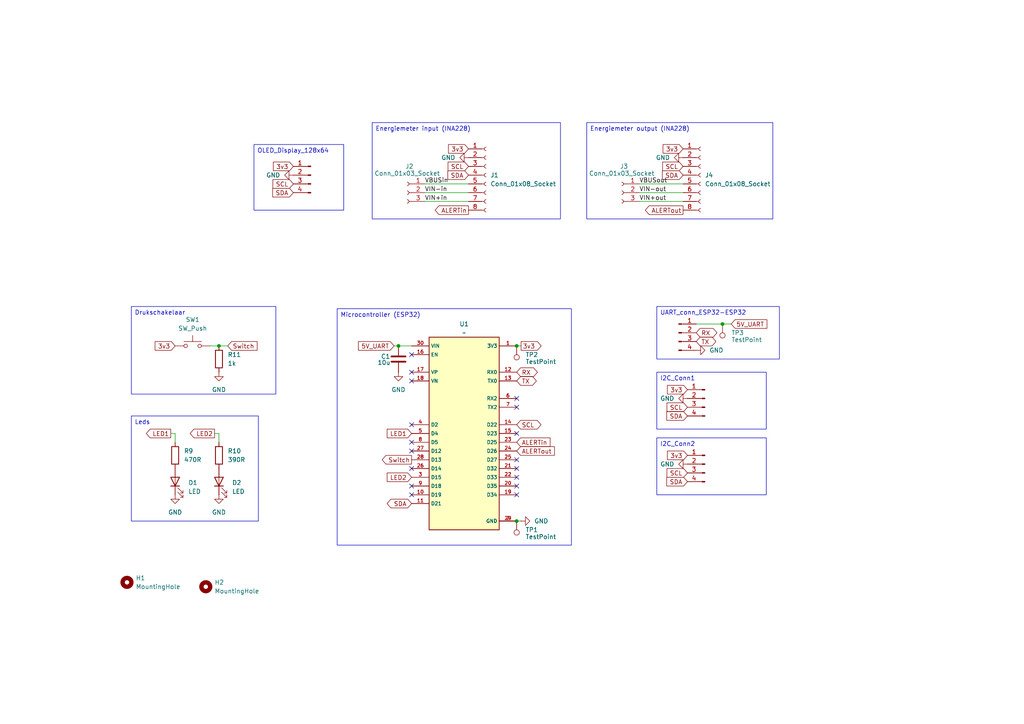
<source format=kicad_sch>
(kicad_sch (version 20250114) (generator "eeschema") (generator_version "9.0")
  (paper "A4")
  (lib_symbols
    (symbol "Connector:Conn_01x03_Socket" (pin_names (offset 1.016) (hide yes))
      (property "Reference" "J" (at 0 5.08 0))
      (property "Value" "Conn_01x03_Socket" (at 0 -5.08 0))
      (symbol "Conn_01x03_Socket_1_1"
        (polyline (pts (xy -1.27 2.54) (xy -0.508 2.54)) (stroke (width 0.1524)))
        (polyline (pts (xy -1.27 0) (xy -0.508 0)) (stroke (width 0.1524)))
        (polyline (pts (xy -1.27 -2.54) (xy -0.508 -2.54)) (stroke (width 0.1524)))
        (arc (start 0 2.032) (mid -0.5058 2.54) (end 0 3.048) (stroke (width 0.1524)))
        (arc (start 0 -0.508) (mid -0.5058 0) (end 0 0.508) (stroke (width 0.1524)))
        (arc (start 0 -3.048) (mid -0.5058 -2.54) (end 0 -2.032) (stroke (width 0.1524)))
        (pin passive line (at -5.08 2.54 0) (length 3.81) (name "Pin_1") (number "1"))
        (pin passive line (at -5.08 0 0) (length 3.81) (name "Pin_2") (number "2"))
        (pin passive line (at -5.08 -2.54 0) (length 3.81) (name "Pin_3") (number "3"))
      )
    )
    (symbol "Connector:Conn_01x04_Pin" (pin_names (offset 1.016) (hide yes))
      (property "Reference" "J" (at 0 5.08 0))
      (property "Value" "Conn_01x04_Pin" (at 0 -7.62 0))
      (symbol "Conn_01x04_Pin_1_1"
        (rectangle (start 0.8636 2.667) (end 0 2.413) (stroke (width 0.1524)) (fill (type outline)))
        (rectangle (start 0.8636 0.127) (end 0 -0.127) (stroke (width 0.1524)) (fill (type outline)))
        (rectangle (start 0.8636 -2.413) (end 0 -2.667) (stroke (width 0.1524)) (fill (type outline)))
        (rectangle (start 0.8636 -4.953) (end 0 -5.207) (stroke (width 0.1524)) (fill (type outline)))
        (polyline (pts (xy 1.27 2.54) (xy 0.8636 2.54)) (stroke (width 0.1524)))
        (polyline (pts (xy 1.27 0) (xy 0.8636 0)) (stroke (width 0.1524)))
        (polyline (pts (xy 1.27 -2.54) (xy 0.8636 -2.54)) (stroke (width 0.1524)))
        (polyline (pts (xy 1.27 -5.08) (xy 0.8636 -5.08)) (stroke (width 0.1524)))
        (pin passive line (at 5.08 2.54 180) (length 3.81) (name "Pin_1") (number "1"))
        (pin passive line (at 5.08 0 180) (length 3.81) (name "Pin_2") (number "2"))
        (pin passive line (at 5.08 -2.54 180) (length 3.81) (name "Pin_3") (number "3"))
        (pin passive line (at 5.08 -5.08 180) (length 3.81) (name "Pin_4") (number "4"))
      )
    )
    (symbol "Connector:Conn_01x08_Socket" (pin_names (offset 1.016) (hide yes))
      (property "Reference" "J" (at 0 10.16 0))
      (property "Value" "Conn_01x08_Socket" (at 0 -12.7 0))
      (symbol "Conn_01x08_Socket_1_1"
        (polyline (pts (xy -1.27 7.62) (xy -0.508 7.62)) (stroke (width 0.1524)))
        (polyline (pts (xy -1.27 5.08) (xy -0.508 5.08)) (stroke (width 0.1524)))
        (polyline (pts (xy -1.27 2.54) (xy -0.508 2.54)) (stroke (width 0.1524)))
        (polyline (pts (xy -1.27 0) (xy -0.508 0)) (stroke (width 0.1524)))
        (polyline (pts (xy -1.27 -2.54) (xy -0.508 -2.54)) (stroke (width 0.1524)))
        (polyline (pts (xy -1.27 -5.08) (xy -0.508 -5.08)) (stroke (width 0.1524)))
        (polyline (pts (xy -1.27 -7.62) (xy -0.508 -7.62)) (stroke (width 0.1524)))
        (polyline (pts (xy -1.27 -10.16) (xy -0.508 -10.16)) (stroke (width 0.1524)))
        (arc (start 0 7.112) (mid -0.5058 7.62) (end 0 8.128) (stroke (width 0.1524)))
        (arc (start 0 4.572) (mid -0.5058 5.08) (end 0 5.588) (stroke (width 0.1524)))
        (arc (start 0 2.032) (mid -0.5058 2.54) (end 0 3.048) (stroke (width 0.1524)))
        (arc (start 0 -0.508) (mid -0.5058 0) (end 0 0.508) (stroke (width 0.1524)))
        (arc (start 0 -3.048) (mid -0.5058 -2.54) (end 0 -2.032) (stroke (width 0.1524)))
        (arc (start 0 -5.588) (mid -0.5058 -5.08) (end 0 -4.572) (stroke (width 0.1524)))
        (arc (start 0 -8.128) (mid -0.5058 -7.62) (end 0 -7.112) (stroke (width 0.1524)))
        (arc (start 0 -10.668) (mid -0.5058 -10.16) (end 0 -9.652) (stroke (width 0.1524)))
        (pin passive line (at -5.08 7.62 0) (length 3.81) (name "Pin_1") (number "1"))
        (pin passive line (at -5.08 5.08 0) (length 3.81) (name "Pin_2") (number "2"))
        (pin passive line (at -5.08 2.54 0) (length 3.81) (name "Pin_3") (number "3"))
        (pin passive line (at -5.08 0 0) (length 3.81) (name "Pin_4") (number "4"))
        (pin passive line (at -5.08 -2.54 0) (length 3.81) (name "Pin_5") (number "5"))
        (pin passive line (at -5.08 -5.08 0) (length 3.81) (name "Pin_6") (number "6"))
        (pin passive line (at -5.08 -7.62 0) (length 3.81) (name "Pin_7") (number "7"))
        (pin passive line (at -5.08 -10.16 0) (length 3.81) (name "Pin_8") (number "8"))
      )
    )
    (symbol "Connector:TestPoint" (pin_numbers (hide yes)) (pin_names (offset 0.762) (hide yes))
      (property "Reference" "TP" (at 0 6.858 0))
      (property "Value" "TestPoint" (at 0 5.08 0))
      (symbol "TestPoint_0_1"
        (circle (center 0 3.302) (radius 0.762))
      )
      (symbol "TestPoint_1_1"
        (pin passive line (at 0 0 90) (length 2.54) (name "1") (number "1"))
      )
    )
    (symbol "Device:C" (pin_numbers (hide yes)) (pin_names (offset 0.254))
      (property "Reference" "C" (at 0.635 2.54 0))
      (property "Value" "C" (at 0.635 -2.54 0))
      (symbol "C_0_1"
        (polyline (pts (xy -2.032 0.762) (xy 2.032 0.762)) (stroke (width 0.508)))
        (polyline (pts (xy -2.032 -0.762) (xy 2.032 -0.762)) (stroke (width 0.508)))
      )
      (symbol "C_1_1"
        (pin passive line (at 0 3.81 270) (length 2.794) (name "~") (number "1"))
        (pin passive line (at 0 -3.81 90) (length 2.794) (name "~") (number "2"))
      )
    )
    (symbol "Device:LED" (pin_numbers (hide yes)) (pin_names (offset 1.016) (hide yes))
      (property "Reference" "D" (at 0 2.54 0))
      (property "Value" "LED" (at 0 -2.54 0))
      (symbol "LED_0_1"
        (polyline (pts (xy -3.048 -0.762) (xy -4.572 -2.286) (xy -3.81 -2.286) (xy -4.572 -2.286) (xy -4.572 -1.524)))
        (polyline (pts (xy -1.778 -0.762) (xy -3.302 -2.286) (xy -2.54 -2.286) (xy -3.302 -2.286) (xy -3.302 -1.524)))
        (polyline (pts (xy -1.27 0) (xy 1.27 0)))
        (polyline (pts (xy -1.27 -1.27) (xy -1.27 1.27)) (stroke (width 0.254)))
        (polyline (pts (xy 1.27 -1.27) (xy 1.27 1.27) (xy -1.27 0) (xy 1.27 -1.27)) (stroke (width 0.254)))
      )
      (symbol "LED_1_1"
        (pin passive line (at -3.81 0 0) (length 2.54) (name "K") (number "1"))
        (pin passive line (at 3.81 0 180) (length 2.54) (name "A") (number "2"))
      )
    )
    (symbol "Device:R" (pin_numbers (hide yes)) (pin_names (offset 0))
      (property "Reference" "R" (at 2.032 0 90))
      (property "Value" "R" (at 0 0 90))
      (symbol "R_0_1"
        (rectangle (start -1.016 -2.54) (end 1.016 2.54) (stroke (width 0.254)))
      )
      (symbol "R_1_1"
        (pin passive line (at 0 3.81 270) (length 1.27) (name "~") (number "1"))
        (pin passive line (at 0 -3.81 90) (length 1.27) (name "~") (number "2"))
      )
    )
    (symbol "Mechanical:MountingHole" (pin_names (offset 1.016)) (in_bom no)
      (property "Reference" "H" (at 0 5.08 0))
      (property "Value" "MountingHole" (at 0 3.175 0))
      (symbol "MountingHole_0_1"
        (circle (center 0 0) (radius 1.27) (stroke (width 1.27)))
      )
    )
    (symbol "MySymbols:ESP32_DEVKIT_V1_Mod"
      (property "Reference" "U" (at 1.27 -3.81 0))
      (symbol "ESP32_DEVKIT_V1_Mod_0_0"
        (rectangle (start -10.16 -27.94) (end 10.16 27.94) (stroke (width 0.254)) (fill (type background)))
        (pin input line (at -15.24 25.4 0) (length 5.08) (name "VIN") (number "30"))
        (pin input line (at -15.24 22.86 0) (length 5.08) (name "EN") (number "16"))
        (pin bidirectional line (at -15.24 17.78 0) (length 5.08) (name "VP") (number "17"))
        (pin bidirectional line (at -15.24 15.24 0) (length 5.08) (name "VN") (number "18"))
        (pin bidirectional line (at -15.24 2.54 0) (length 5.08) (name "D2") (number "4"))
        (pin bidirectional line (at -15.24 0 0) (length 5.08) (name "D4") (number "5"))
        (pin bidirectional line (at -15.24 -2.54 0) (length 5.08) (name "D5") (number "8"))
        (pin bidirectional line (at -15.24 -5.08 0) (length 5.08) (name "D12") (number "27"))
        (pin bidirectional line (at -15.24 -7.62 0) (length 5.08) (name "D13") (number "28"))
        (pin bidirectional line (at -15.24 -10.16 0) (length 5.08) (name "D14") (number "26"))
        (pin bidirectional line (at -15.24 -12.7 0) (length 5.08) (name "D15") (number "3"))
        (pin bidirectional line (at -15.24 -15.24 0) (length 5.08) (name "D18") (number "9"))
        (pin bidirectional line (at -15.24 -17.78 0) (length 5.08) (name "D19") (number "10"))
        (pin bidirectional line (at -15.24 -20.32 0) (length 5.08) (name "D21") (number "11"))
        (pin input line (at 15.24 17.78 180) (length 5.08) (name "RX0") (number "12"))
        (pin output line (at 15.24 15.24 180) (length 5.08) (name "TX0") (number "13"))
        (pin input line (at 15.24 10.16 180) (length 5.08) (name "RX2") (number "6"))
        (pin output line (at 15.24 7.62 180) (length 5.08) (name "TX2") (number "7"))
        (pin bidirectional line (at 15.24 2.54 180) (length 5.08) (name "D22") (number "14"))
        (pin bidirectional line (at 15.24 0 180) (length 5.08) (name "D23") (number "15"))
        (pin bidirectional line (at 15.24 -2.54 180) (length 5.08) (name "D25") (number "23"))
        (pin bidirectional line (at 15.24 -5.08 180) (length 5.08) (name "D26") (number "24"))
        (pin bidirectional line (at 15.24 -7.62 180) (length 5.08) (name "D27") (number "25"))
        (pin bidirectional line (at 15.24 -10.16 180) (length 5.08) (name "D32") (number "21"))
        (pin bidirectional line (at 15.24 -12.7 180) (length 5.08) (name "D33") (number "22"))
        (pin bidirectional line (at 15.24 -15.24 180) (length 5.08) (name "D35") (number "20"))
        (pin bidirectional line (at 15.24 -17.78 180) (length 5.08) (name "D34") (number "19"))
        (pin power_in line (at 15.24 -25.4 180) (length 5.08) (name "GND") (number "29"))
      )
      (symbol "ESP32_DEVKIT_V1_Mod_1_0"
        (pin power_out line (at 15.24 25.4 180) (length 5.08) (name "3V3") (number "1"))
        (pin power_out line (at 15.24 -25.4 180) (length 5.08) (name "GND") (number "2"))
      )
    )
    (symbol "Switch:SW_Push" (pin_numbers (hide yes)) (pin_names (offset 1.016) (hide yes))
      (property "Reference" "SW" (at 1.27 2.54 0))
      (property "Value" "SW_Push" (at 0 -1.524 0))
      (symbol "SW_Push_0_1"
        (circle (center -2.032 0) (radius 0.508))
        (polyline (pts (xy 0 1.27) (xy 0 3.048)))
        (circle (center 2.032 0) (radius 0.508))
        (polyline (pts (xy 2.54 1.27) (xy -2.54 1.27)))
        (pin passive line (at -5.08 0 0) (length 2.54) (name "1") (number "1"))
        (pin passive line (at 5.08 0 180) (length 2.54) (name "2") (number "2"))
      )
    )
    (symbol "power:GND" (power) (pin_numbers (hide yes)) (pin_names (offset 0) (hide yes))
      (property "Value" "GND" (at 0 -3.81 0))
      (symbol "GND_0_1"
        (polyline (pts (xy 0 0) (xy 0 -1.27) (xy 1.27 -1.27) (xy 0 -2.54) (xy -1.27 -1.27) (xy 0 -1.27)))
      )
      (symbol "GND_1_1"
        (pin power_in line (at 0 0 270) (length 0) (name "~") (number "1"))
      )
    )
  )
  (text_box "I2C_Conn1" (at 190.5 107.95 0) (size 31.75 16.51) (margins 0.9525 0.9525 0.9525 0.9525) (effects (font (size 1.27 1.27)) (justify left top)))
  (text_box "Leds" (at 38.1 120.65 0) (size 36.83 30.48) (margins 0.9525 0.9525 0.9525 0.9525) (effects (font (size 1.27 1.27)) (justify left top)))
  (text_box "Microcontroller (ESP32)" (at 97.79 89.535 0) (size 67.945 68.58) (margins 0.9525 0.9525 0.9525 0.9525) (effects (font (size 1.27 1.27)) (justify left top)))
  (text_box "Energiemeter input (INA228)" (at 107.95 35.56 0) (size 54.61 27.94) (margins 0.9525 0.9525 0.9525 0.9525) (effects (font (size 1.27 1.27)) (justify left top)))
  (text_box "I2C_Conn2" (at 190.5 127 0) (size 31.75 16.51) (margins 0.9525 0.9525 0.9525 0.9525) (effects (font (size 1.27 1.27)) (justify left top)))
  (text_box "UART_conn_ESP32-ESP32\n" (at 190.5 88.9 0) (size 35.56 15.24) (margins 0.9525 0.9525 0.9525 0.9525) (effects (font (size 1.27 1.27)) (justify left top)))
  (text_box "OLED_Display_128x64" (at 73.6601 41.91 0) (size 26.0349 19.05) (margins 0.9525 0.9525 0.9525 0.9525) (effects (font (size 1.27 1.27)) (justify left top)))
  (text_box "Drukschakelaar" (at 38.1 88.9 0) (size 41.91 25.4) (margins 0.9525 0.9525 0.9525 0.9525) (effects (font (size 1.27 1.27)) (justify left top)))
  (text_box "Energiemeter output (INA228)" (at 170.18 35.56 0) (size 53.975 27.94) (margins 0.9525 0.9525 0.9525 0.9525) (effects (font (size 1.27 1.27)) (justify left top)))
  (junction (at 115.57 100.33))
  (junction (at 149.86 100.33))
  (junction (at 209.55 93.98))
  (junction (at 149.86 151.13))
  (junction (at 63.5 100.33))
  (no_connect (at 149.86 125.73))
  (no_connect (at 149.86 133.35))
  (no_connect (at 149.86 138.43))
  (no_connect (at 149.86 115.57))
  (no_connect (at 119.38 128.27))
  (no_connect (at 149.86 140.97))
  (no_connect (at 119.38 143.51))
  (no_connect (at 149.86 135.89))
  (no_connect (at 149.86 118.11))
  (no_connect (at 119.38 130.81))
  (no_connect (at 119.38 140.97))
  (no_connect (at 119.38 123.19))
  (no_connect (at 119.38 102.87))
  (no_connect (at 119.38 110.49))
  (no_connect (at 119.38 135.89))
  (no_connect (at 149.86 143.51))
  (no_connect (at 119.38 107.95))
  (wire (pts (xy 185.42 55.88) (xy 198.12 55.88)))
  (wire (pts (xy 123.19 58.42) (xy 135.89 58.42)))
  (wire (pts (xy 151.13 100.33) (xy 149.86 100.33)))
  (wire (pts (xy 185.42 58.42) (xy 198.12 58.42)))
  (wire (pts (xy 185.42 53.34) (xy 198.12 53.34)))
  (wire (pts (xy 209.55 93.98) (xy 201.93 93.98)))
  (wire (pts (xy 123.19 53.34) (xy 135.89 53.34)))
  (wire (pts (xy 49.53 125.73) (xy 50.8 125.73)))
  (wire (pts (xy 60.96 100.33) (xy 63.5 100.33)))
  (wire (pts (xy 123.19 55.88) (xy 135.89 55.88)))
  (wire (pts (xy 50.8 125.73) (xy 50.8 128.27)))
  (wire (pts (xy 63.5 100.33) (xy 66.04 100.33)))
  (wire (pts (xy 212.09 93.98) (xy 209.55 93.98)))
  (wire (pts (xy 62.23 125.73) (xy 63.5 125.73)))
  (wire (pts (xy 63.5 125.73) (xy 63.5 128.27)))
  (wire (pts (xy 115.57 100.33) (xy 119.38 100.33)))
  (wire (pts (xy 114.3 100.33) (xy 115.57 100.33)))
  (wire (pts (xy 151.13 151.13) (xy 149.86 151.13)))
  (label "VIN+out" (at 185.42 58.42 0))
  (label "VIN-out" (at 185.42 55.88 0))
  (label "VBUSout" (at 185.42 53.34 0))
  (label "VIN-in" (at 123.19 55.88 0))
  (label "VIN+in" (at 123.19 58.42 0))
  (label "VBUSin" (at 123.19 53.34 0))
  (global_label "SDA" (shape input) (at 135.89 50.8 180) (property "Intersheetrefs" "${INTERSHEET_REFS}" (effects (hide yes))))
  (global_label "3v3" (shape input) (at 85.09 48.26 180) (property "Intersheetrefs" "${INTERSHEET_REFS}" (effects (hide yes))))
  (global_label "3v3" (shape input) (at 50.8 100.33 180) (property "Intersheetrefs" "${INTERSHEET_REFS}" (effects (hide yes))))
  (global_label "RX" (shape bidirectional) (at 201.93 96.52 0) (property "Intersheetrefs" "${INTERSHEET_REFS}" (effects (hide yes))))
  (global_label "LED1" (shape output) (at 49.53 125.73 180) (property "Intersheetrefs" "${INTERSHEET_REFS}" (effects (hide yes))))
  (global_label "LED2" (shape output) (at 62.23 125.73 180) (property "Intersheetrefs" "${INTERSHEET_REFS}" (effects (hide yes))))
  (global_label "RX" (shape bidirectional) (at 149.86 107.95 0) (property "Intersheetrefs" "${INTERSHEET_REFS}" (effects (hide yes))))
  (global_label "LED2" (shape input) (at 119.38 138.43 180) (property "Intersheetrefs" "${INTERSHEET_REFS}" (effects (hide yes))))
  (global_label "TX" (shape bidirectional) (at 201.93 99.06 0) (property "Intersheetrefs" "${INTERSHEET_REFS}" (effects (hide yes))))
  (global_label "ALERTout" (shape output) (at 198.12 60.96 180) (property "Intersheetrefs" "${INTERSHEET_REFS}" (effects (hide yes))))
  (global_label "SCL" (shape bidirectional) (at 149.86 123.19 0) (property "Intersheetrefs" "${INTERSHEET_REFS}" (effects (hide yes))))
  (global_label "LED1" (shape input) (at 119.38 125.73 180) (property "Intersheetrefs" "${INTERSHEET_REFS}" (effects (hide yes))))
  (global_label "3v3" (shape input) (at 198.12 43.18 180) (property "Intersheetrefs" "${INTERSHEET_REFS}" (effects (hide yes))))
  (global_label "SDA" (shape input) (at 199.39 120.65 180) (property "Intersheetrefs" "${INTERSHEET_REFS}" (effects (hide yes))))
  (global_label "3v3" (shape input) (at 135.89 43.18 180) (property "Intersheetrefs" "${INTERSHEET_REFS}" (effects (hide yes))))
  (global_label "SCL" (shape input) (at 85.09 53.34 180) (property "Intersheetrefs" "${INTERSHEET_REFS}" (effects (hide yes))))
  (global_label "5V_UART" (shape input) (at 114.3 100.33 180) (property "Intersheetrefs" "${INTERSHEET_REFS}" (effects (hide yes))))
  (global_label "SDA" (shape input) (at 85.09 55.88 180) (property "Intersheetrefs" "${INTERSHEET_REFS}" (effects (hide yes))))
  (global_label "TX" (shape bidirectional) (at 149.86 110.49 0) (property "Intersheetrefs" "${INTERSHEET_REFS}" (effects (hide yes))))
  (global_label "Switch" (shape output) (at 119.38 133.35 180) (property "Intersheetrefs" "${INTERSHEET_REFS}" (effects (hide yes))))
  (global_label "SDA" (shape input) (at 198.12 50.8 180) (property "Intersheetrefs" "${INTERSHEET_REFS}" (effects (hide yes))))
  (global_label "SCL" (shape input) (at 199.39 137.16 180) (property "Intersheetrefs" "${INTERSHEET_REFS}" (effects (hide yes))))
  (global_label "3v3" (shape input) (at 199.39 113.03 180) (property "Intersheetrefs" "${INTERSHEET_REFS}" (effects (hide yes))))
  (global_label "SCL" (shape input) (at 198.12 48.26 180) (property "Intersheetrefs" "${INTERSHEET_REFS}" (effects (hide yes))))
  (global_label "SCL" (shape input) (at 135.89 48.26 180) (property "Intersheetrefs" "${INTERSHEET_REFS}" (effects (hide yes))))
  (global_label "SCL" (shape input) (at 199.39 118.11 180) (property "Intersheetrefs" "${INTERSHEET_REFS}" (effects (hide yes))))
  (global_label "ALERTin" (shape output) (at 135.89 60.96 180) (property "Intersheetrefs" "${INTERSHEET_REFS}" (effects (hide yes))))
  (global_label "ALERTout" (shape input) (at 149.86 130.81 0) (property "Intersheetrefs" "${INTERSHEET_REFS}" (effects (hide yes))))
  (global_label "5V_UART" (shape input) (at 212.09 93.98 0) (property "Intersheetrefs" "${INTERSHEET_REFS}" (effects (hide yes))))
  (global_label "SDA" (shape input) (at 199.39 139.7 180) (property "Intersheetrefs" "${INTERSHEET_REFS}" (effects (hide yes))))
  (global_label "SDA" (shape bidirectional) (at 119.38 146.05 180) (property "Intersheetrefs" "${INTERSHEET_REFS}" (effects (hide yes))))
  (global_label "ALERTin" (shape input) (at 149.86 128.27 0) (property "Intersheetrefs" "${INTERSHEET_REFS}" (effects (hide yes))))
  (global_label "3v3" (shape input) (at 199.39 132.08 180) (property "Intersheetrefs" "${INTERSHEET_REFS}" (effects (hide yes))))
  (global_label "3v3" (shape output) (at 151.13 100.33 0) (property "Intersheetrefs" "${INTERSHEET_REFS}" (effects (hide yes))))
  (global_label "Switch" (shape input) (at 66.04 100.33 0) (property "Intersheetrefs" "${INTERSHEET_REFS}" (effects (hide yes))))
  (symbol (lib_id "Device:C") (at 115.57 104.14 0) (mirror y) (unit 1)
    (property "Reference" "C1" (at 110.49 103.378 0) (effects (justify right)))
    (property "Value" "10u" (at 109.474 105.156 0) (effects (justify right)))
    (property "Footprint" "Capacitor_THT:CP_Axial_L10.0mm_D4.5mm_P15.00mm_Horizontal" (effects (hide yes)))
    (property "Description" "Unpolarized capacitor" (effects (hide yes)))
  )
  (symbol (lib_id "Device:R") (at 63.5 104.14 0) (unit 1)
    (property "Reference" "R11" (at 66.04 102.8699 0) (effects (justify left)))
    (property "Value" "1k" (at 66.04 105.4099 0) (effects (justify left)))
    (property "Footprint" "Resistor_THT:R_Axial_DIN0207_L6.3mm_D2.5mm_P7.62mm_Horizontal" (effects (hide yes)))
    (property "Datasheet" "https://www.vishay.com/docs/20035/dcrcwe3.pdf" (effects (hide yes)))
    (property "Description" "Resistor" (effects (hide yes)))
    (property "Distributor" "Mouser" (effects (hide yes)))
    (property "Distributor_PN" "71-CRCW06031K00FKEI" (effects (hide yes)))
    (property "Order_URL" "https://nl.mouser.com/ProductDetail/Vishay-Dale/CRCW06031K00FKEI?qs=sGAEpiMZZMtlubZbdhIBIKbhzOdzan%2FGs9KCfrym798%3D" (effects (hide yes)))
    (property "Price" "€0,114" (effects (hide yes)))
    (property "MPN" "CRCW06031K00FKEI" (effects (hide yes)))
    (property "Manufacturer" "Vishay/Dale" (effects (hide yes)))
  )
  (symbol (lib_id "power:GND") (at 198.12 45.72 270) (unit 1)
    (property "Reference" "#PWR02" (effects (hide yes)))
    (property "Value" "GND" (at 194.31 45.7199 90) (effects (justify right)))
    (property "Description" "Power symbol creates a global label with name \"GND\" , ground" (effects (hide yes)))
  )
  (symbol (lib_id "power:GND") (at 201.93 101.6 90) (unit 1)
    (property "Reference" "#PWR04" (effects (hide yes)))
    (property "Value" "GND" (at 205.74 101.5999 90) (effects (justify right)))
    (property "Description" "Power symbol creates a global label with name \"GND\" , ground" (effects (hide yes)))
  )
  (symbol (lib_id "power:GND") (at 135.89 45.72 270) (unit 1)
    (property "Reference" "#PWR01" (effects (hide yes)))
    (property "Value" "GND" (at 132.08 45.7199 90) (effects (justify right)))
    (property "Description" "Power symbol creates a global label with name \"GND\" , ground" (effects (hide yes)))
  )
  (symbol (lib_id "Connector:TestPoint") (at 209.55 93.98 180) (unit 1) (in_bom no)
    (property "Reference" "TP3" (at 212.09 96.52 0) (effects (justify right)))
    (property "Value" "TestPoint" (at 212.09 98.5519 0) (effects (justify right)))
    (property "Footprint" "TestPoint:TestPoint_Pad_D1.0mm" (effects (hide yes)))
    (property "Description" "test point" (effects (hide yes)))
    (property "MPN" "~" (at 209.55 93.98 0))
    (property "Distributor" "~" (at 209.55 93.98 0))
    (property "Distributor_PN" "~" (at 209.55 93.98 0))
    (property "Order_URL" "~" (at 209.55 93.98 0))
    (property "Price" "~" (at 209.55 93.98 0))
  )
  (symbol (lib_id "Device:R") (at 63.5 132.08 0) (unit 1)
    (property "Reference" "R10" (at 66.04 130.8099 0) (effects (justify left)))
    (property "Value" "390R" (at 66.04 133.3499 0) (effects (justify left)))
    (property "Footprint" "Resistor_THT:R_Axial_DIN0207_L6.3mm_D2.5mm_P7.62mm_Horizontal" (effects (hide yes)))
    (property "Datasheet" "https://www.vishay.com/docs/20035/dcrcwe3.pdf" (effects (hide yes)))
    (property "Description" "Resistor" (effects (hide yes)))
    (property "Distributor" "Mouser" (effects (hide yes)))
    (property "Distributor_PN" "71-CRCW0603-1.3K-E3" (effects (hide yes)))
    (property "Order_URL" "https://nl.mouser.com/ProductDetail/Vishay-Dale/CRCW06031K30FKEA?qs=sGAEpiMZZMtlubZbdhIBINx5Eu8rkh8H1dVl1GEz%2FIw%3D" (effects (hide yes)))
    (property "Price" "€0,095" (effects (hide yes)))
    (property "MPN" "CRCW0603-1.3K-E3" (effects (hide yes)))
    (property "Manufacturer" "Vishay/Dale" (effects (hide yes)))
  )
  (symbol (lib_id "Mechanical:MountingHole") (at 59.69 170.18 0) (unit 1) (in_bom no)
    (property "Reference" "H2" (at 62.23 168.9099 0) (effects (justify left)))
    (property "Value" "MountingHole" (at 62.23 171.4499 0) (effects (justify left)))
    (property "Footprint" "MountingHole:MountingHole_4.3mm_M4" (effects (hide yes)))
    (property "Description" "Mounting Hole without connection" (effects (hide yes)))
  )
  (symbol (lib_id "Connector:Conn_01x04_Pin") (at 196.85 96.52 0) (unit 1)
    (property "Reference" "J5" (effects (hide yes)))
    (property "Value" "Conn_01x04_Pin" (effects (hide yes)))
    (property "Footprint" "MySymbols:Audio jack" (effects (hide yes)))
    (property "Datasheet" "https://nl.mouser.com/datasheet/2/418/9/ENG_CD_103329_J9-1959857.pdf" (effects (hide yes)))
    (property "Description" "Generic connector, single row, 01x04, script generated" (effects (hide yes)))
    (property "Distributor" "Mouser" (effects (hide yes)))
    (property "Distributor_PN" "571-9-103329-0" (effects (hide yes)))
    (property "Order_URL" "https://nl.mouser.com/ProductDetail/TE-Connectivity/9-103329-0?qs=UDe5jPXu0mTGA7O7jC9MlQ%3D%3D" (effects (hide yes)))
    (property "Price" "€6,45" (effects (hide yes)))
    (property "MPN" "9-103329-0" (effects (hide yes)))
    (property "Manufacturer" "TE_Connectivity" (effects (hide yes)))
  )
  (symbol (lib_id "power:GND") (at 63.5 107.95 0) (unit 1)
    (property "Reference" "#PWR020" (effects (hide yes)))
    (property "Value" "GND" (at 63.5 113.03 0))
    (property "Description" "Power symbol creates a global label with name \"GND\" , ground" (effects (hide yes)))
  )
  (symbol (lib_id "Connector:Conn_01x04_Pin") (at 204.47 115.57 0) (mirror y) (unit 1)
    (property "Reference" "J7" (effects (hide yes)))
    (property "Value" "Conn_01x04_Pin" (effects (hide yes)))
    (property "Footprint" "MySymbols:Audio jack" (effects (hide yes)))
    (property "Datasheet" "https://nl.mouser.com/datasheet/2/418/9/ENG_CD_103329_J9-1959857.pdf" (effects (hide yes)))
    (property "Description" "Generic connector, single row, 01x04, script generated" (effects (hide yes)))
    (property "Distributor" "Mouser" (effects (hide yes)))
    (property "Distributor_PN" "571-9-103329-0" (effects (hide yes)))
    (property "Order_URL" "https://nl.mouser.com/ProductDetail/TE-Connectivity/9-103329-0?qs=UDe5jPXu0mTGA7O7jC9MlQ%3D%3D" (effects (hide yes)))
    (property "Price" "€6,45" (effects (hide yes)))
    (property "MPN" "9-103329-0" (effects (hide yes)))
    (property "Manufacturer" "TE_Connectivity" (effects (hide yes)))
  )
  (symbol (lib_id "power:GND") (at 199.39 115.57 270) (unit 1)
    (property "Reference" "#PWR019" (effects (hide yes)))
    (property "Value" "GND" (at 195.58 115.5699 90) (effects (justify right)))
    (property "Description" "Power symbol creates a global label with name \"GND\" , ground" (effects (hide yes)))
  )
  (symbol (lib_id "Connector:Conn_01x03_Socket") (at 118.11 55.88 0) (mirror y) (unit 1)
    (property "Reference" "J2" (at 118.745 48.26 0))
    (property "Value" "Conn_01x03_Socket" (at 118.11 50.292 0))
    (property "Footprint" "Connector_Phoenix_MSTB:PhoenixContact_MSTBA_2,5_3-G-5,08_1x03_P5.08mm_Horizontal" (effects (hide yes)))
    (property "Description" "Generic connector, single row, 01x03, script generated" (effects (hide yes)))
  )
  (symbol (lib_id "Connector:Conn_01x08_Socket") (at 140.97 50.8 0) (unit 1)
    (property "Reference" "J1" (at 142.24 50.7999 0) (effects (justify left)))
    (property "Value" "Conn_01x08_Socket" (at 142.24 53.3399 0) (effects (justify left)))
    (property "Footprint" "Connector_PinSocket_2.54mm:PinSocket_1x08_P2.54mm_Vertical" (effects (hide yes)))
    (property "Description" "Generic connector, single row, 01x08, script generated" (effects (hide yes)))
  )
  (symbol (lib_id "power:GND") (at 63.5 143.51 0) (unit 1)
    (property "Reference" "#PWR015" (effects (hide yes)))
    (property "Value" "GND" (at 63.5 148.59 0))
    (property "Description" "Power symbol creates a global label with name \"GND\" , ground" (effects (hide yes)))
  )
  (symbol (lib_id "Connector:TestPoint") (at 149.86 100.33 180) (unit 1) (in_bom no)
    (property "Reference" "TP2" (at 152.4 102.87 0) (effects (justify right)))
    (property "Value" "TestPoint" (at 152.4 104.9019 0) (effects (justify right)))
    (property "Footprint" "TestPoint:TestPoint_Pad_D1.0mm" (effects (hide yes)))
    (property "Description" "test point" (effects (hide yes)))
    (property "MPN" "~" (at 149.86 100.33 0))
    (property "Distributor" "~" (at 149.86 100.33 0))
    (property "Distributor_PN" "~" (at 149.86 100.33 0))
    (property "Order_URL" "~" (at 149.86 100.33 0))
    (property "Price" "~" (at 149.86 100.33 0))
  )
  (symbol (lib_id "Connector:Conn_01x04_Pin") (at 90.17 50.8 0) (mirror y) (unit 1)
    (property "Reference" "J9" (effects (hide yes)))
    (property "Value" "Conn_01x04_Pin" (effects (hide yes)))
    (property "Footprint" "MySymbols:Audio jack" (effects (hide yes)))
    (property "Datasheet" "https://nl.mouser.com/datasheet/2/418/9/ENG_CD_103329_J9-1959857.pdf" (effects (hide yes)))
    (property "Description" "Generic connector, single row, 01x04, script generated" (effects (hide yes)))
    (property "Distributor" "Mouser" (effects (hide yes)))
    (property "Distributor_PN" "571-9-103329-0" (effects (hide yes)))
    (property "Order_URL" "https://nl.mouser.com/ProductDetail/TE-Connectivity/9-103329-0?qs=UDe5jPXu0mTGA7O7jC9MlQ%3D%3D" (effects (hide yes)))
    (property "Price" "€6,45" (effects (hide yes)))
    (property "MPN" "9-103329-0" (effects (hide yes)))
    (property "Manufacturer" "TE_Connectivity" (effects (hide yes)))
  )
  (symbol (lib_id "Device:LED") (at 50.8 139.7 90) (unit 1)
    (property "Reference" "D1" (at 54.61 140.0174 90) (effects (justify right)))
    (property "Value" "LED" (at 54.61 142.5574 90) (effects (justify right)))
    (property "Footprint" "LED_THT:LED_D5.0mm" (effects (hide yes)))
    (property "Datasheet" "https://nl.mouser.com/datasheet/2/588/prd_pim_datasheet_23080412_EN_pdf-3418877.pdf" (effects (hide yes)))
    (property "Description" "Light emitting diode" (effects (hide yes)))
    (property "Sim.Pins" "1=K 2=A" (effects (hide yes)))
    (property "Distributor" "Mouser" (effects (hide yes)))
    (property "Distributor_PN" "720-LWTTM1P1FK0PN005" (effects (hide yes)))
    (property "Order_URL" "https://nl.mouser.com/ProductDetail/ams-OSRAM/LW-TTSD-M1P1-FK0PN0-S6Z6-0.5?qs=tlsG%2FOw5FFjq%252BuK3QRflSQ%3D%3D" (effects (hide yes)))
    (property "Price" "€0,361" (effects (hide yes)))
    (property "MPN" "LWTTM1P1FK0PN005" (effects (hide yes)))
    (property "Manufacturer" "ams_OSRAM" (effects (hide yes)))
  )
  (symbol (lib_id "Connector:Conn_01x04_Pin") (at 204.47 134.62 0) (mirror y) (unit 1)
    (property "Reference" "J8" (effects (hide yes)))
    (property "Value" "Conn_01x04_Pin" (effects (hide yes)))
    (property "Footprint" "MySymbols:Audio jack" (effects (hide yes)))
    (property "Datasheet" "https://nl.mouser.com/datasheet/2/418/9/ENG_CD_103329_J9-1959857.pdf" (effects (hide yes)))
    (property "Description" "Generic connector, single row, 01x04, script generated" (effects (hide yes)))
    (property "Distributor" "Mouser" (effects (hide yes)))
    (property "Distributor_PN" "571-9-103329-0" (effects (hide yes)))
    (property "Order_URL" "https://nl.mouser.com/ProductDetail/TE-Connectivity/9-103329-0?qs=UDe5jPXu0mTGA7O7jC9MlQ%3D%3D" (effects (hide yes)))
    (property "Price" "€6,45" (effects (hide yes)))
    (property "MPN" "9-103329-0" (effects (hide yes)))
    (property "Manufacturer" "TE_Connectivity" (effects (hide yes)))
  )
  (symbol (lib_id "Mechanical:MountingHole") (at 36.83 168.91 0) (unit 1) (in_bom no)
    (property "Reference" "H1" (at 39.37 167.6399 0) (effects (justify left)))
    (property "Value" "MountingHole" (at 39.37 170.1799 0) (effects (justify left)))
    (property "Footprint" "MountingHole:MountingHole_4.3mm_M4" (effects (hide yes)))
    (property "Description" "Mounting Hole without connection" (effects (hide yes)))
  )
  (symbol (lib_id "Device:LED") (at 63.5 139.7 90) (unit 1)
    (property "Reference" "D2" (at 67.31 140.0174 90) (effects (justify right)))
    (property "Value" "LED" (at 67.31 142.5574 90) (effects (justify right)))
    (property "Footprint" "LED_THT:LED_D5.0mm" (effects (hide yes)))
    (property "Datasheet" "https://nl.mouser.com/datasheet/2/588/prd_pim_datasheet_23080412_EN_pdf-3418877.pdf" (effects (hide yes)))
    (property "Description" "Light emitting diode" (effects (hide yes)))
    (property "Sim.Pins" "1=K 2=A" (effects (hide yes)))
    (property "Distributor" "Mouser" (effects (hide yes)))
    (property "Distributor_PN" "720-LWTTM1P1FK0PN005" (effects (hide yes)))
    (property "Order_URL" "https://nl.mouser.com/ProductDetail/ams-OSRAM/LW-TTSD-M1P1-FK0PN0-S6Z6-0.5?qs=tlsG%2FOw5FFjq%252BuK3QRflSQ%3D%3D" (effects (hide yes)))
    (property "Price" "€0,361" (effects (hide yes)))
    (property "MPN" "LWTTM1P1FK0PN005" (effects (hide yes)))
    (property "Manufacturer" "ams_OSRAM" (effects (hide yes)))
  )
  (symbol (lib_id "Device:R") (at 50.8 132.08 0) (unit 1)
    (property "Reference" "R9" (at 53.34 130.8099 0) (effects (justify left)))
    (property "Value" "470R" (at 53.34 133.3499 0) (effects (justify left)))
    (property "Footprint" "Resistor_THT:R_Axial_DIN0207_L6.3mm_D2.5mm_P7.62mm_Horizontal" (effects (hide yes)))
    (property "Datasheet" "https://www.vishay.com/docs/20035/dcrcwe3.pdf" (effects (hide yes)))
    (property "Description" "Resistor" (effects (hide yes)))
    (property "Distributor" "Mouser" (effects (hide yes)))
    (property "Distributor_PN" "71-CRCW0603-1.3K-E3" (effects (hide yes)))
    (property "Order_URL" "https://nl.mouser.com/ProductDetail/Vishay-Dale/CRCW06031K30FKEA?qs=sGAEpiMZZMtlubZbdhIBINx5Eu8rkh8H1dVl1GEz%2FIw%3D" (effects (hide yes)))
    (property "Price" "€0,095" (effects (hide yes)))
    (property "MPN" "CRCW0603-1.3K-E3" (effects (hide yes)))
    (property "Manufacturer" "Vishay/Dale" (effects (hide yes)))
  )
  (symbol (lib_id "power:GND") (at 115.57 107.95 0) (mirror y) (unit 1)
    (property "Reference" "#PWR06" (effects (hide yes)))
    (property "Value" "GND" (at 115.57 113.03 0))
    (property "Description" "Power symbol creates a global label with name \"GND\" , ground" (effects (hide yes)))
  )
  (symbol (lib_id "power:GND") (at 199.39 134.62 270) (unit 1)
    (property "Reference" "#PWR021" (effects (hide yes)))
    (property "Value" "GND" (at 195.58 134.6199 90) (effects (justify right)))
    (property "Description" "Power symbol creates a global label with name \"GND\" , ground" (effects (hide yes)))
  )
  (symbol (lib_id "Connector:Conn_01x08_Socket") (at 203.2 50.8 0) (unit 1)
    (property "Reference" "J4" (at 204.47 50.7999 0) (effects (justify left)))
    (property "Value" "Conn_01x08_Socket" (at 204.47 53.3399 0) (effects (justify left)))
    (property "Footprint" "Connector_PinSocket_2.54mm:PinSocket_1x08_P2.54mm_Vertical" (effects (hide yes)))
    (property "Description" "Generic connector, single row, 01x08, script generated" (effects (hide yes)))
  )
  (symbol (lib_id "Connector:TestPoint") (at 149.86 151.13 180) (unit 1) (in_bom no)
    (property "Reference" "TP1" (at 152.4 153.67 0) (effects (justify right)))
    (property "Value" "TestPoint" (at 152.4 155.7019 0) (effects (justify right)))
    (property "Footprint" "TestPoint:TestPoint_Pad_D1.0mm" (effects (hide yes)))
    (property "Description" "test point" (effects (hide yes)))
    (property "MPN" "~" (at 149.86 151.13 0))
    (property "Distributor" "~" (at 149.86 151.13 0))
    (property "Distributor_PN" "~" (at 149.86 151.13 0))
    (property "Order_URL" "~" (at 149.86 151.13 0))
    (property "Price" "~" (at 149.86 151.13 0))
  )
  (symbol (lib_id "Connector:Conn_01x03_Socket") (at 180.34 55.88 0) (mirror y) (unit 1)
    (property "Reference" "J3" (at 180.975 48.26 0))
    (property "Value" "Conn_01x03_Socket" (at 180.34 50.292 0))
    (property "Footprint" "Connector_Phoenix_MSTB:PhoenixContact_MSTBA_2,5_3-G-5,08_1x03_P5.08mm_Horizontal" (effects (hide yes)))
    (property "Description" "Generic connector, single row, 01x03, script generated" (effects (hide yes)))
  )
  (symbol (lib_id "Switch:SW_Push") (at 55.88 100.33 0) (unit 1)
    (property "Reference" "SW1" (at 55.88 92.71 0))
    (property "Value" "SW_Push" (at 55.88 95.25 0))
    (property "Footprint" "Button_Switch_THT:SW_PUSH_6mm_H8mm" (effects (hide yes)))
    (property "Datasheet" "https://www.ckswitches.com/media/1479/kmr2.pdf" (effects (hide yes)))
    (property "Description" "Push button switch, generic, two pins" (effects (hide yes)))
    (property "Distributor_PN" "611-KMR231GLFS" (effects (hide yes)))
    (property "Order_URL" "https://nl.mouser.com/ProductDetail/CK/KMR231G-LFS?qs=Qe4e1uPWiB3nMgF6Ufbgww%3D%3D" (effects (hide yes)))
    (property "Price" "€0,532" (effects (hide yes)))
    (property "Distributor" "Mouser" (effects (hide yes)))
    (property "MPN" "KMR231GLFS" (effects (hide yes)))
    (property "Manufacturer" "C&K" (effects (hide yes)))
  )
  (symbol (lib_id "MySymbols:ESP32_DEVKIT_V1_Mod") (at 134.62 125.73 0) (unit 1)
    (property "Reference" "U1" (at 134.62 93.98 0))
    (property "Value" "~" (at 134.62 96.52 0))
    (property "Footprint" "MySymbols:ESP32_DEVKIT_V1" (effects (hide yes)))
  )
  (symbol (lib_id "power:GND") (at 85.09 50.8 270) (unit 1)
    (property "Reference" "#PWR022" (effects (hide yes)))
    (property "Value" "GND" (at 81.28 50.7999 90) (effects (justify right)))
    (property "Description" "Power symbol creates a global label with name \"GND\" , ground" (effects (hide yes)))
  )
  (symbol (lib_id "power:GND") (at 151.13 151.13 90) (unit 1)
    (property "Reference" "#PWR03" (effects (hide yes)))
    (property "Value" "GND" (at 154.94 151.1299 90) (effects (justify right)))
    (property "Description" "Power symbol creates a global label with name \"GND\" , ground" (effects (hide yes)))
  )
  (symbol (lib_id "power:GND") (at 50.8 143.51 0) (unit 1)
    (property "Reference" "#PWR014" (effects (hide yes)))
    (property "Value" "GND" (at 50.8 148.59 0))
    (property "Description" "Power symbol creates a global label with name \"GND\" , ground" (effects (hide yes)))
  )
)
</source>
